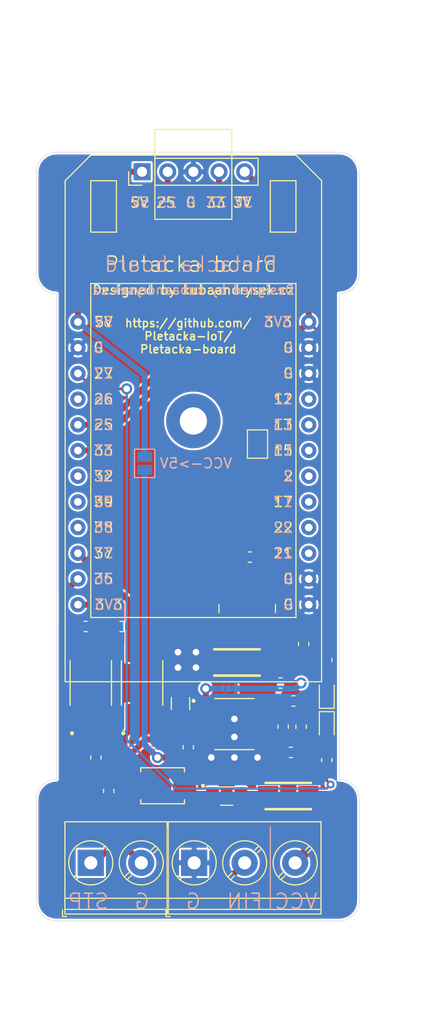
<source format=kicad_pcb>
(kicad_pcb (version 20171130) (host pcbnew 5.1.5+dfsg1-2build2)
  (layers (0 F.Cu signal) (31 B.Cu signal) (34 B.Paste user) (35 F.Paste user) (36 B.SilkS user) (37 F.SilkS user) (38 B.Mask user) (39 F.Mask user) (44 Edge.Cuts user))
  (net 0 "")
  (net 1 +3V3)
  (net 2 "Net-(C1-Pad1)")
  (net 3 "Net-(C2-Pad1)")
  (net 4 +5V)
  (net 5 BTN_RESET)
  (net 6 OPTO_STOP)
  (net 7 OPTO_STOP_IN_MINUS)
  (net 8 OPTO_STOP_IN_PLUS)
  (net 9 VCC)
  (net 10 OPTO_FINISHED_IN_PLUS)
  (net 11 OPTO_FINSIHED)
  (net 12 "Net-(C5-Pad1)")
  (net 13 GND)
  (net 14 "Net-(C3-Pad1)")
  (net 15 "Net-(C4-Pad1)")
  (net 16 "Net-(C5-Pad2)")
  (net 17 "Net-(D1-PadC)")
  (net 18 "Net-(D3-Pad2)")
  (net 19 "Net-(D4-Pad2)")
  (net 20 "Net-(D6-PadC)")
  (net 21 "Net-(D7-PadC)")
  (net 22 BTN_USER)
  (net 23 LED_USER)
  (net 24 "Net-(R4-Pad2)")
  (net 25 "Net-(U1-Pad3)")
  (net 26 USER_IO25)
  (net 27 USER_IO33)
  (net 28 "Net-(C6-Pad1)")
  (net 29 "Net-(ESP1-Pad12)")
  (net 30 "Net-(ESP1-Pad13)")
  (net 31 "Net-(ESP1-Pad15)")
  (net 32 "Net-(ESP1-Pad2)")
  (net 33 "Net-(ESP1-Pad17)")
  (net 34 "Net-(ESP1-Pad22)")
  (net 35 "Net-(ESP1-Pad21)")
  (net 36 "Net-(ESP1-Pad39)")
  (net 37 "Net-(ESP1-Pad38)")
  (module SS34:SMA (layer F.Cu) (at 155.956 136.652)
    (fp_text reference D1 hide)
    (fp_text value SS34)
    (fp_line (start 2.25 1.3) (end -2.25 1.3) (layer F.SilkS) (width 0.254))
    (fp_line (start -2.25 -1.3) (end 2.25 -1.3) (layer F.SilkS) (width 0.254))
    (pad A smd rect (at 2 0) (size 2 2) (layers F.Cu F.Paste F.Mask) (net 9 VCC))
    (pad C smd rect (at -2 0) (size 2 2) (layers F.Cu F.Paste F.Mask) (net 17 "Net-(D1-PadC)"))
  )
  (module TPS54231D:SOIC127P599X175-8N (layer F.Cu) (at 150.622 129.54)
    (fp_text reference U1 (at -0.385 -3.537) (layer F.SilkS) (effects (font (thickness 0.015))))
    (fp_text value TPS54231D)
    (fp_line (start -1.95 2.525) (end 1.95 2.525) (layer F.SilkS) (width 0.127))
    (fp_line (start -1.95 -2.525) (end 1.95 -2.525) (layer F.SilkS) (width 0.127))
    (fp_circle (center -4.04 -2.305) (end -3.94 -2.305) (layer F.SilkS) (width 0.2))
    (pad 8 smd rect (at 2.47 -1.905) (size 1.97 0.6) (layers F.Cu F.Paste F.Mask) (net 16 "Net-(C5-Pad2)"))
    (pad 7 smd rect (at 2.47 -0.635) (size 1.97 0.6) (layers F.Cu F.Paste F.Mask) (net 13 GND))
    (pad 6 smd rect (at 2.47 0.635) (size 1.97 0.6) (layers F.Cu F.Paste F.Mask) (net 3 "Net-(C2-Pad1)"))
    (pad 5 smd rect (at 2.47 1.905) (size 1.97 0.6) (layers F.Cu F.Paste F.Mask) (net 24 "Net-(R4-Pad2)"))
    (pad 4 smd rect (at -2.47 1.905) (size 1.97 0.6) (layers F.Cu F.Paste F.Mask) (net 15 "Net-(C4-Pad1)"))
    (pad 3 smd rect (at -2.47 0.635) (size 1.97 0.6) (layers F.Cu F.Paste F.Mask) (net 25 "Net-(U1-Pad3)"))
    (pad 2 smd rect (at -2.47 -0.635) (size 1.97 0.6) (layers F.Cu F.Paste F.Mask) (net 2 "Net-(C1-Pad1)"))
    (pad 1 smd rect (at -2.47 -1.905) (size 1.97 0.6) (layers F.Cu F.Paste F.Mask) (net 12 "Net-(C5-Pad1)"))
  )
  (module Jumper:SolderJumper-2_P1.3mm_Bridged_Pad1.0x1.5mm (layer F.Cu) (at 152.908 101.854 90)
    (fp_text reference JP2)
    (fp_text value Jumper)
    (fp_poly (pts (xy -0.25 -0.3) (xy 0.25 -0.3) (xy 0.25 0.3) (xy -0.25 0.3)) (layer F.Cu) (width 0))
    (fp_line (start -1.4 -1) (end 1.4 -1) (layer F.SilkS) (width 0.12))
    (fp_line (start 1.4 -1) (end 1.4 1) (layer F.SilkS) (width 0.12))
    (fp_line (start 1.4 1) (end -1.4 1) (layer F.SilkS) (width 0.12))
    (fp_line (start -1.4 1) (end -1.4 -1) (layer F.SilkS) (width 0.12))
    (pad 2 smd rect (at 0.65 0 90) (size 1 1.5) (layers F.Cu F.Mask) (net 1 +3V3))
    (pad 1 smd rect (at -0.65 0 90) (size 1 1.5) (layers F.Cu F.Mask) (net 28 "Net-(C6-Pad1)"))
  )
  (module Jumper:SolderJumper-2_P1.3mm_Open_Pad1.0x1.5mm (layer B.Cu) (at 141.732 103.759 90)
    (fp_text reference JP1)
    (fp_text value Jumper_NO_Small)
    (fp_line (start -1.4 1) (end 1.4 1) (layer B.SilkS) (width 0.12))
    (fp_line (start 1.4 1) (end 1.4 -1) (layer B.SilkS) (width 0.12))
    (fp_line (start 1.4 -1) (end -1.4 -1) (layer B.SilkS) (width 0.12))
    (fp_line (start -1.4 -1) (end -1.4 1) (layer B.SilkS) (width 0.12))
    (pad 1 smd rect (at -0.65 0 90) (size 1 1.5) (layers B.Cu B.Mask) (net 2 "Net-(C1-Pad1)"))
    (pad 2 smd rect (at 0.65 0 90) (size 1 1.5) (layers B.Cu B.Mask) (net 4 +5V))
  )
  (module Connector_PinHeader_2.54mm:PinHeader_1x05_P2.54mm_Vertical (layer F.Cu) (at 141.478 74.93 90)
    (fp_text reference Pins1)
    (fp_text value Pins)
    (fp_line (start -1.33 -1.33) (end 0 -1.33) (layer F.SilkS) (width 0.12))
    (fp_line (start -1.33 0) (end -1.33 -1.33) (layer F.SilkS) (width 0.12))
    (fp_line (start -1.33 1.27) (end 1.33 1.27) (layer F.SilkS) (width 0.12))
    (fp_line (start 1.33 1.27) (end 1.33 11.49) (layer F.SilkS) (width 0.12))
    (fp_line (start -1.33 1.27) (end -1.33 11.49) (layer F.SilkS) (width 0.12))
    (fp_line (start -1.33 11.49) (end 1.33 11.49) (layer F.SilkS) (width 0.12))
    (pad 5 thru_hole oval (at 0 10.16 90) (size 1.7 1.7) (drill 1) (layers *.Cu *.Mask) (net 1 +3V3))
    (pad 4 thru_hole oval (at 0 7.62 90) (size 1.7 1.7) (drill 1) (layers *.Cu *.Mask) (net 27 USER_IO33))
    (pad 3 thru_hole oval (at 0 5.08 90) (size 1.7 1.7) (drill 1) (layers *.Cu *.Mask) (net 13 GND))
    (pad 2 thru_hole oval (at 0 2.54 90) (size 1.7 1.7) (drill 1) (layers *.Cu *.Mask) (net 26 USER_IO25))
    (pad 1 thru_hole rect (at 0 0 90) (size 1.7 1.7) (drill 1) (layers *.Cu *.Mask) (net 4 +5V))
  )
  (module ESP32-TTGO-T-Display:ESP32-TTGO-T-Display (layer F.Cu) (at 146.558 99.949 180)
    (fp_text reference ESP1)
    (fp_text value ESP32-TTGO-T-Display)
    (fp_text user 37 (at 8.89 -12.7 180) (layer B.SilkS) (effects (justify mirror)))
    (fp_text user 33 (at 8.89 -2.54) (layer B.SilkS) (effects (justify mirror)))
    (fp_text user 36 (at 8.89 -15.24 180) (layer B.SilkS) (effects (justify mirror)))
    (fp_text user 25 (at 8.89 0) (layer B.SilkS) (effects (justify mirror)))
    (fp_text user 32 (at 8.89 -5.08 180) (layer B.SilkS) (effects (justify mirror)))
    (fp_text user 39 (at 8.89 -7.62 180) (layer B.SilkS) (effects (justify mirror)))
    (fp_text user 38 (at 8.89 -10.16 180) (layer B.SilkS) (effects (justify mirror)))
    (fp_text user 27 (at 8.89 5.08) (layer B.SilkS) (effects (justify mirror)))
    (fp_text user 3V3 (at 8.382 -17.78 180) (layer B.SilkS) (effects (justify mirror)))
    (fp_text user 26 (at 8.89 2.54) (layer B.SilkS) (effects (justify mirror)))
    (fp_text user G (at 9.398 7.62 180) (layer B.SilkS) (effects (justify mirror)))
    (fp_text user 5V (at 8.89 10.16) (layer B.SilkS) (effects (justify mirror)))
    (fp_text user G (at -9.398 -17.78 180) (layer B.SilkS) (effects (justify mirror)))
    (fp_text user 13 (at -8.89 0) (layer B.SilkS) (effects (justify mirror)))
    (fp_text user G (at -9.398 5.08) (layer B.SilkS) (effects (justify mirror)))
    (fp_text user G (at -9.398 7.62) (layer B.SilkS) (effects (justify mirror)))
    (fp_text user G (at -9.398 -15.24 180) (layer B.SilkS) (effects (justify mirror)))
    (fp_text user 15 (at -8.89 -2.54) (layer B.SilkS) (effects (justify mirror)))
    (fp_text user 22 (at -8.89 -10.16) (layer B.SilkS) (effects (justify mirror)))
    (fp_text user 12 (at -8.89 2.54) (layer B.SilkS) (effects (justify mirror)))
    (fp_text user 3V3 (at -8.382 10.16 180) (layer B.SilkS) (effects (justify mirror)))
    (fp_text user 21 (at -8.89 -12.7) (layer B.SilkS) (effects (justify mirror)))
    (fp_text user 2 (at -9.398 -5.08) (layer B.SilkS) (effects (justify mirror)))
    (fp_text user 17 (at -8.89 -7.62) (layer B.SilkS) (effects (justify mirror)))
    (fp_text user G (at 9.398 7.62) (layer F.SilkS))
    (fp_text user 3V3 (at -8.382 10.16) (layer F.SilkS))
    (fp_text user 3V3 (at 8.382 -17.78) (layer F.SilkS))
    (fp_text user 36 (at 8.89 -15.24) (layer F.SilkS))
    (fp_text user 37 (at 8.89 -12.7) (layer F.SilkS))
    (fp_text user 38 (at 8.89 -10.16) (layer F.SilkS))
    (fp_text user 39 (at 8.89 -7.62) (layer F.SilkS))
    (fp_text user 32 (at 8.89 -5.08) (layer F.SilkS))
    (fp_text user 33 (at 8.89 -2.54 180) (layer F.SilkS))
    (fp_text user 25 (at 8.89 0 180) (layer F.SilkS))
    (fp_text user 26 (at 8.89 2.54 180) (layer F.SilkS))
    (fp_text user 27 (at 8.89 5.08 180) (layer F.SilkS))
    (fp_text user 5V (at 8.89 10.16 180) (layer F.SilkS))
    (fp_text user G (at -9.398 7.62 180) (layer F.SilkS))
    (fp_text user G (at -9.398 5.08 180) (layer F.SilkS))
    (fp_text user 12 (at -8.89 2.54 180) (layer F.SilkS))
    (fp_text user 13 (at -8.89 0 180) (layer F.SilkS))
    (fp_text user 15 (at -8.89 -2.54 180) (layer F.SilkS))
    (fp_text user 2 (at -9.398 -5.08 180) (layer F.SilkS))
    (fp_text user 17 (at -8.89 -7.62 180) (layer F.SilkS))
    (fp_text user 22 (at -8.89 -10.16 180) (layer F.SilkS))
    (fp_text user 21 (at -8.89 -12.7 180) (layer F.SilkS))
    (fp_text user G (at -9.398 -15.24) (layer F.SilkS))
    (fp_text user G (at -9.398 -17.78) (layer F.SilkS))
    (fp_line (start 3.81 20.32) (end 3.81 29.21) (layer F.SilkS) (width 0.12))
    (fp_line (start -3.81 20.32) (end 3.81 20.32) (layer F.SilkS) (width 0.12))
    (fp_line (start -3.81 29.21) (end -3.81 20.32) (layer F.SilkS) (width 0.12))
    (fp_line (start 3.81 29.21) (end -3.81 29.21) (layer F.SilkS) (width 0.12))
    (fp_line (start -10.16 19.05) (end -10.16 24.13) (layer F.SilkS) (width 0.12))
    (fp_line (start -7.62 19.05) (end -10.16 19.05) (layer F.SilkS) (width 0.12))
    (fp_line (start -7.62 24.13) (end -7.62 19.05) (layer F.SilkS) (width 0.12))
    (fp_line (start -10.16 24.13) (end -7.62 24.13) (layer F.SilkS) (width 0.12))
    (fp_line (start 7.62 24.13) (end 10.16 24.13) (layer F.SilkS) (width 0.12))
    (fp_line (start 7.62 19.05) (end 7.62 24.13) (layer F.SilkS) (width 0.12))
    (fp_line (start 10.16 19.05) (end 7.62 19.05) (layer F.SilkS) (width 0.12))
    (fp_line (start 10.16 24.13) (end 10.16 19.05) (layer F.SilkS) (width 0.12))
    (fp_line (start -10.16 13.97) (end -10.16 -19.05) (layer F.SilkS) (width 0.12))
    (fp_line (start 10.16 13.97) (end -10.16 13.97) (layer F.SilkS) (width 0.12))
    (fp_line (start 10.16 -19.05) (end 10.16 13.97) (layer F.SilkS) (width 0.12))
    (fp_line (start -10.16 -19.05) (end 10.16 -19.05) (layer F.SilkS) (width 0.12))
    (fp_line (start 10.16 26.67) (end 12.7 24.13) (layer F.SilkS) (width 0.12))
    (fp_line (start -12.7 24.13) (end -10.16 26.67) (layer F.SilkS) (width 0.12))
    (fp_line (start 12.7 24.13) (end 12.7 -25.4) (layer F.SilkS) (width 0.12))
    (fp_line (start -10.16 26.67) (end 10.16 26.67) (layer F.SilkS) (width 0.12))
    (fp_line (start -12.7 -25.4) (end -12.7 24.13) (layer F.SilkS) (width 0.12))
    (fp_line (start 12.7 -25.4) (end -12.7 -25.4) (layer F.SilkS) (width 0.12))
    (pad 3V3-1 thru_hole circle (at -11.43 10.16 180) (size 1.524 1.524) (drill 0.762) (layers *.Cu *.Mask) (net 1 +3V3))
    (pad G4 thru_hole circle (at -11.43 7.62 180) (size 1.524 1.524) (drill 0.762) (layers *.Cu *.Mask) (net 13 GND))
    (pad G3 thru_hole circle (at -11.43 5.08 180) (size 1.524 1.524) (drill 0.762) (layers *.Cu *.Mask) (net 13 GND))
    (pad 12 thru_hole circle (at -11.43 2.54 180) (size 1.524 1.524) (drill 0.762) (layers *.Cu *.Mask) (net 29 "Net-(ESP1-Pad12)"))
    (pad 13 thru_hole circle (at -11.43 0 180) (size 1.524 1.524) (drill 0.762) (layers *.Cu *.Mask) (net 30 "Net-(ESP1-Pad13)"))
    (pad 15 thru_hole circle (at -11.43 -2.54 180) (size 1.524 1.524) (drill 0.762) (layers *.Cu *.Mask) (net 31 "Net-(ESP1-Pad15)"))
    (pad 2 thru_hole circle (at -11.43 -5.08 180) (size 1.524 1.524) (drill 0.762) (layers *.Cu *.Mask) (net 32 "Net-(ESP1-Pad2)"))
    (pad 17 thru_hole circle (at -11.43 -7.62 180) (size 1.524 1.524) (drill 0.762) (layers *.Cu *.Mask) (net 33 "Net-(ESP1-Pad17)"))
    (pad 22 thru_hole circle (at -11.43 -10.16 180) (size 1.524 1.524) (drill 0.762) (layers *.Cu *.Mask) (net 34 "Net-(ESP1-Pad22)"))
    (pad 21 thru_hole circle (at -11.43 -12.7 180) (size 1.524 1.524) (drill 0.762) (layers *.Cu *.Mask) (net 35 "Net-(ESP1-Pad21)"))
    (pad G2 thru_hole circle (at -11.43 -15.24 180) (size 1.524 1.524) (drill 0.762) (layers *.Cu *.Mask) (net 13 GND))
    (pad G1 thru_hole circle (at -11.43 -17.78 180) (size 1.524 1.524) (drill 0.762) (layers *.Cu *.Mask) (net 13 GND))
    (pad 5V thru_hole circle (at 11.43 10.16 180) (size 1.524 1.524) (drill 0.762) (layers *.Cu *.Mask) (net 4 +5V))
    (pad G5 thru_hole circle (at 11.43 7.62 180) (size 1.524 1.524) (drill 0.762) (layers *.Cu *.Mask) (net 13 GND))
    (pad 27 thru_hole circle (at 11.43 5.08 180) (size 1.524 1.524) (drill 0.762) (layers *.Cu *.Mask) (net 23 LED_USER))
    (pad 26 thru_hole circle (at 11.43 2.54 180) (size 1.524 1.524) (drill 0.762) (layers *.Cu *.Mask) (net 5 BTN_RESET))
    (pad 25 thru_hole circle (at 11.43 0 180) (size 1.524 1.524) (drill 0.762) (layers *.Cu *.Mask) (net 26 USER_IO25))
    (pad 33 thru_hole circle (at 11.43 -2.54 180) (size 1.524 1.524) (drill 0.762) (layers *.Cu *.Mask) (net 27 USER_IO33))
    (pad 32 thru_hole circle (at 11.43 -5.08 180) (size 1.524 1.524) (drill 0.762) (layers *.Cu *.Mask) (net 22 BTN_USER))
    (pad 39 thru_hole circle (at 11.43 -7.62 180) (size 1.524 1.524) (drill 0.762) (layers *.Cu *.Mask) (net 36 "Net-(ESP1-Pad39)"))
    (pad 38 thru_hole circle (at 11.43 -10.16 180) (size 1.524 1.524) (drill 0.762) (layers *.Cu *.Mask) (net 37 "Net-(ESP1-Pad38)"))
    (pad 37 thru_hole circle (at 11.43 -12.7 180) (size 1.524 1.524) (drill 0.762) (layers *.Cu *.Mask) (net 6 OPTO_STOP))
    (pad 36 thru_hole circle (at 11.43 -15.24 180) (size 1.524 1.524) (drill 0.762) (layers *.Cu *.Mask) (net 11 OPTO_FINSIHED))
    (pad 3V3-2 thru_hole circle (at 11.43 -17.78 180) (size 1.524 1.524) (drill 0.762) (layers *.Cu *.Mask) (net 1 +3V3))
  )
  (module Logos:Kuba-logo (layer F.Cu) (at 146.558 108.712)
    (fp_text reference G*** hide)
    (fp_text value LOGO hide)
  )
  (module SLW6045S220MST:SLW (layer F.Cu) (at 151.892 118.11 90)
    (fp_text reference L1 hide)
    (fp_text value L)
    (fp_line (start -0.4 -2.8) (end 0.4 -2.8) (layer F.SilkS) (width 0.12))
    (fp_line (start -0.4 2.8) (end 0.4 2.8) (layer F.SilkS) (width 0.12))
    (pad 2 smd rect (at 2.25 0 90) (size 1.7 5.7) (layers F.Cu F.Paste F.Mask) (net 28 "Net-(C6-Pad1)"))
    (pad 1 smd rect (at -2.25 0 90) (size 1.7 5.7) (layers F.Cu F.Paste F.Mask) (net 16 "Net-(C5-Pad2)"))
  )
  (module EL357N_A__TA_-G:SOP254P700X200-4N (layer F.Cu) (at 141.478 125.476 90)
    (fp_text reference U3 hide)
    (fp_text value "EL357N(A)(TA)-G")
    (fp_circle (center -4.97 -1.86) (end -4.87 -1.86) (layer F.SilkS) (width 0.2))
    (fp_line (start -2.2 -2.05) (end 2.2 -2.05) (layer F.SilkS) (width 0.127))
    (fp_line (start -2.2 2.05) (end 2.2 2.05) (layer F.SilkS) (width 0.127))
    (pad 1 smd rect (at -3.04 -1.27 90) (size 1.93 0.59) (layers F.Cu F.Paste F.Mask) (net 21 "Net-(D7-PadC)"))
    (pad 2 smd rect (at -3.04 1.27 90) (size 1.93 0.59) (layers F.Cu F.Paste F.Mask) (net 7 OPTO_STOP_IN_MINUS))
    (pad 3 smd rect (at 3.04 1.27 90) (size 1.93 0.59) (layers F.Cu F.Paste F.Mask) (net 13 GND))
    (pad 4 smd rect (at 3.04 -1.27 90) (size 1.93 0.59) (layers F.Cu F.Paste F.Mask) (net 6 OPTO_STOP))
  )
  (module Capacitor_SMD:C_0603_1608Metric (layer F.Cu) (at 155.194 125.476 180)
    (fp_text reference C5 hide)
    (fp_text value 100n)
    (fp_line (start -0.162779 -0.51) (end 0.162779 -0.51) (layer F.SilkS) (width 0.12))
    (fp_line (start -0.162779 0.51) (end 0.162779 0.51) (layer F.SilkS) (width 0.12))
    (pad 1 smd roundrect (at -0.7875 0 180) (size 0.875 0.95) (layers F.Cu F.Paste F.Mask) (net 12 "Net-(C5-Pad1)"))
    (pad 2 smd roundrect (at 0.7875 0 180) (size 0.875 0.95) (layers F.Cu F.Paste F.Mask) (net 16 "Net-(C5-Pad2)"))
  )
  (module EL357N_A__TA_-G:SOP254P700X200-4N (layer F.Cu) (at 136.398 125.476 90)
    (fp_text reference U2 hide)
    (fp_text value "EL357N(A)(TA)-G")
    (fp_circle (center -4.97 -1.86) (end -4.87 -1.86) (layer F.SilkS) (width 0.2))
    (fp_line (start -2.2 -2.05) (end 2.2 -2.05) (layer F.SilkS) (width 0.127))
    (fp_line (start -2.2 2.05) (end 2.2 2.05) (layer F.SilkS) (width 0.127))
    (pad 1 smd rect (at -3.04 -1.27 90) (size 1.93 0.59) (layers F.Cu F.Paste F.Mask) (net 20 "Net-(D6-PadC)"))
    (pad 2 smd rect (at -3.04 1.27 90) (size 1.93 0.59) (layers F.Cu F.Paste F.Mask) (net 13 GND))
    (pad 3 smd rect (at 3.04 1.27 90) (size 1.93 0.59) (layers F.Cu F.Paste F.Mask) (net 13 GND))
    (pad 4 smd rect (at 3.04 -1.27 90) (size 1.93 0.59) (layers F.Cu F.Paste F.Mask) (net 11 OPTO_FINSIHED))
  )
  (module Resistor_SMD:R_0603_1608Metric (layer F.Cu) (at 139.446 119.888)
    (fp_text reference R11 hide)
    (fp_text value 10k)
    (fp_line (start -0.162779 0.51) (end 0.162779 0.51) (layer F.SilkS) (width 0.12))
    (fp_line (start -0.162779 -0.51) (end 0.162779 -0.51) (layer F.SilkS) (width 0.12))
    (pad 2 smd roundrect (at 0.7875 0) (size 0.875 0.95) (layers F.Cu F.Paste F.Mask) (net 6 OPTO_STOP))
    (pad 1 smd roundrect (at -0.7875 0) (size 0.875 0.95) (layers F.Cu F.Paste F.Mask) (net 1 +3V3))
  )
  (module Resistor_SMD:R_0603_1608Metric (layer F.Cu) (at 135.89 119.888 180)
    (fp_text reference R10 hide)
    (fp_text value 10k)
    (fp_line (start -0.162779 0.51) (end 0.162779 0.51) (layer F.SilkS) (width 0.12))
    (fp_line (start -0.162779 -0.51) (end 0.162779 -0.51) (layer F.SilkS) (width 0.12))
    (pad 2 smd roundrect (at 0.7875 0 180) (size 0.875 0.95) (layers F.Cu F.Paste F.Mask) (net 11 OPTO_FINSIHED))
    (pad 1 smd roundrect (at -0.7875 0 180) (size 0.875 0.95) (layers F.Cu F.Paste F.Mask) (net 1 +3V3))
  )
  (module Resistor_SMD:R_0603_1608Metric (layer F.Cu) (at 138.176 136.144 270)
    (fp_text reference R7 hide)
    (fp_text value 20k)
    (fp_line (start -0.162779 0.51) (end 0.162779 0.51) (layer F.SilkS) (width 0.12))
    (fp_line (start -0.162779 -0.51) (end 0.162779 -0.51) (layer F.SilkS) (width 0.12))
    (pad 2 smd roundrect (at 0.7875 0 270) (size 0.875 0.95) (layers F.Cu F.Paste F.Mask) (net 8 OPTO_STOP_IN_PLUS))
    (pad 1 smd roundrect (at -0.7875 0 270) (size 0.875 0.95) (layers F.Cu F.Paste F.Mask) (net 21 "Net-(D7-PadC)"))
  )
  (module Resistor_SMD:R_0603_1608Metric (layer F.Cu) (at 136.906 132.842 270)
    (fp_text reference R6 hide)
    (fp_text value 20k)
    (fp_line (start -0.162779 0.51) (end 0.162779 0.51) (layer F.SilkS) (width 0.12))
    (fp_line (start -0.162779 -0.51) (end 0.162779 -0.51) (layer F.SilkS) (width 0.12))
    (pad 2 smd roundrect (at 0.7875 0 270) (size 0.875 0.95) (layers F.Cu F.Paste F.Mask) (net 10 OPTO_FINISHED_IN_PLUS))
    (pad 1 smd roundrect (at -0.7875 0 270) (size 0.875 0.95) (layers F.Cu F.Paste F.Mask) (net 20 "Net-(D6-PadC)"))
  )
  (module Resistor_SMD:R_0603_1608Metric (layer F.Cu) (at 156.464 127.254 180)
    (fp_text reference R5 hide)
    (fp_text value 15k)
    (fp_line (start -0.162779 0.51) (end 0.162779 0.51) (layer F.SilkS) (width 0.12))
    (fp_line (start -0.162779 -0.51) (end 0.162779 -0.51) (layer F.SilkS) (width 0.12))
    (pad 2 smd roundrect (at 0.7875 0 180) (size 0.875 0.95) (layers F.Cu F.Paste F.Mask) (net 13 GND))
    (pad 1 smd roundrect (at -0.7875 0 180) (size 0.875 0.95) (layers F.Cu F.Paste F.Mask) (net 24 "Net-(R4-Pad2)"))
  )
  (module Resistor_SMD:R_0603_1608Metric (layer F.Cu) (at 157.48 121.6405 270)
    (fp_text reference R4 hide)
    (fp_text value 4k7)
    (fp_line (start -0.162779 0.51) (end 0.162779 0.51) (layer F.SilkS) (width 0.12))
    (fp_line (start -0.162779 -0.51) (end 0.162779 -0.51) (layer F.SilkS) (width 0.12))
    (pad 2 smd roundrect (at 0.7875 0 270) (size 0.875 0.95) (layers F.Cu F.Paste F.Mask) (net 24 "Net-(R4-Pad2)"))
    (pad 1 smd roundrect (at -0.7875 0 270) (size 0.875 0.95) (layers F.Cu F.Paste F.Mask) (net 28 "Net-(C6-Pad1)"))
  )
  (module Resistor_SMD:R_0603_1608Metric (layer F.Cu) (at 156.21 132.334)
    (fp_text reference R3 hide)
    (fp_text value 100-OH)
    (fp_line (start -0.162779 0.51) (end 0.162779 0.51) (layer F.SilkS) (width 0.12))
    (fp_line (start -0.162779 -0.51) (end 0.162779 -0.51) (layer F.SilkS) (width 0.12))
    (pad 2 smd roundrect (at 0.7875 0) (size 0.875 0.95) (layers F.Cu F.Paste F.Mask) (net 14 "Net-(C3-Pad1)"))
    (pad 1 smd roundrect (at -0.7875 0) (size 0.875 0.95) (layers F.Cu F.Paste F.Mask) (net 3 "Net-(C2-Pad1)"))
  )
  (module Resistor_SMD:R_0603_1608Metric (layer F.Cu) (at 159.766 133.096 270)
    (fp_text reference R2 hide)
    (fp_text value 2k2)
    (fp_line (start -0.162779 0.51) (end 0.162779 0.51) (layer F.SilkS) (width 0.12))
    (fp_line (start -0.162779 -0.51) (end 0.162779 -0.51) (layer F.SilkS) (width 0.12))
    (pad 2 smd roundrect (at 0.7875 0 270) (size 0.875 0.95) (layers F.Cu F.Paste F.Mask) (net 23 LED_USER))
    (pad 1 smd roundrect (at -0.7875 0 270) (size 0.875 0.95) (layers F.Cu F.Paste F.Mask) (net 19 "Net-(D4-Pad2)"))
  )
  (module Resistor_SMD:R_0603_1608Metric (layer F.Cu) (at 159.766 123.19 90)
    (fp_text reference R1 hide)
    (fp_text value 2k2)
    (fp_line (start -0.162779 0.51) (end 0.162779 0.51) (layer F.SilkS) (width 0.12))
    (fp_line (start -0.162779 -0.51) (end 0.162779 -0.51) (layer F.SilkS) (width 0.12))
    (pad 2 smd roundrect (at 0.7875 0 90) (size 0.875 0.95) (layers F.Cu F.Paste F.Mask) (net 1 +3V3))
    (pad 1 smd roundrect (at -0.7875 0 90) (size 0.875 0.95) (layers F.Cu F.Paste F.Mask) (net 18 "Net-(D3-Pad2)"))
  )
  (module Resistor_SMD:R_1206_3216Metric (layer F.Cu) (at 149.86 136.652 180)
    (fp_text reference POLYFUSE1 hide)
    (fp_text value "24V 1A")
    (fp_line (start -0.602064 0.91) (end 0.602064 0.91) (layer F.SilkS) (width 0.12))
    (fp_line (start -0.602064 -0.91) (end 0.602064 -0.91) (layer F.SilkS) (width 0.12))
    (pad 2 smd roundrect (at 1.4 0 180) (size 1.25 1.75) (layers F.Cu F.Paste F.Mask) (roundrect_rratio 0.2) (net 2 "Net-(C1-Pad1)"))
    (pad 1 smd roundrect (at -1.4 0 180) (size 1.25 1.75) (layers F.Cu F.Paste F.Mask) (roundrect_rratio 0.2) (net 17 "Net-(D1-PadC)"))
  )
  (module Terminal_block:TerminalBlock_Phoenix_PT-1,5-3-5.0-H_1x03_P5.00mm_Horizontal (layer F.Cu) (at 146.638 143.256)
    (fp_text reference POWER_&_FINN_INPUT1 hide)
    (fp_text value POWER_&_FINN_INPUT)
    (fp_circle (center 0 0) (end 2.18 0) (layer F.SilkS) (width 0.12))
    (fp_circle (center 5 0) (end 7.18 0) (layer F.SilkS) (width 0.12))
    (fp_circle (center 10 0) (end 12.18 0) (layer F.SilkS) (width 0.12))
    (fp_line (start -2.56 4.6) (end 12.56 4.6) (layer F.SilkS) (width 0.12))
    (fp_line (start -2.56 3.5) (end 12.56 3.5) (layer F.SilkS) (width 0.12))
    (fp_line (start -2.56 -4.06) (end 12.56 -4.06) (layer F.SilkS) (width 0.12))
    (fp_line (start -2.56 5.06) (end 12.56 5.06) (layer F.SilkS) (width 0.12))
    (fp_line (start -2.56 -4.06) (end -2.56 5.06) (layer F.SilkS) (width 0.12))
    (fp_line (start 12.56 -4.06) (end 12.56 5.06) (layer F.SilkS) (width 0.12))
    (fp_line (start 1.654 -1.388) (end 1.547 -1.281) (layer F.SilkS) (width 0.12))
    (fp_line (start -1.282 1.547) (end -1.388 1.654) (layer F.SilkS) (width 0.12))
    (fp_line (start 1.388 -1.654) (end 1.281 -1.547) (layer F.SilkS) (width 0.12))
    (fp_line (start -1.548 1.281) (end -1.654 1.388) (layer F.SilkS) (width 0.12))
    (fp_line (start 6.654 -1.388) (end 6.259 -0.992) (layer F.SilkS) (width 0.12))
    (fp_line (start 3.993 1.274) (end 3.613 1.654) (layer F.SilkS) (width 0.12))
    (fp_line (start 6.388 -1.654) (end 6.008 -1.274) (layer F.SilkS) (width 0.12))
    (fp_line (start 3.742 0.992) (end 3.347 1.388) (layer F.SilkS) (width 0.12))
    (fp_line (start 11.654 -1.388) (end 11.259 -0.992) (layer F.SilkS) (width 0.12))
    (fp_line (start 8.993 1.274) (end 8.613 1.654) (layer F.SilkS) (width 0.12))
    (fp_line (start 11.388 -1.654) (end 11.008 -1.274) (layer F.SilkS) (width 0.12))
    (fp_line (start 8.742 0.992) (end 8.347 1.388) (layer F.SilkS) (width 0.12))
    (fp_line (start -2.8 4.66) (end -2.8 5.3) (layer F.SilkS) (width 0.12))
    (fp_line (start -2.8 5.3) (end -2.4 5.3) (layer F.SilkS) (width 0.12))
    (pad 1 thru_hole rect (at 0 0) (size 2.6 2.6) (drill 1.3) (layers *.Cu *.Mask) (net 13 GND))
    (pad 2 thru_hole circle (at 5 0) (size 2.6 2.6) (drill 1.3) (layers *.Cu *.Mask) (net 10 OPTO_FINISHED_IN_PLUS))
    (pad 3 thru_hole circle (at 10 0) (size 2.6 2.6) (drill 1.3) (layers *.Cu *.Mask) (net 9 VCC))
  )
  (module Terminal_block:TerminalBlock_Phoenix_PT-1,5-2-5.0-H_1x02_P5.00mm_Horizontal (layer F.Cu) (at 136.398 143.256)
    (fp_text reference STOP_INPUT1 hide)
    (fp_text value STOP_INPUT)
    (fp_circle (center 0 0) (end 2.18 0) (layer F.SilkS) (width 0.12))
    (fp_circle (center 5 0) (end 7.18 0) (layer F.SilkS) (width 0.12))
    (fp_line (start -2.56 4.6) (end 7.56 4.6) (layer F.SilkS) (width 0.12))
    (fp_line (start -2.56 3.5) (end 7.56 3.5) (layer F.SilkS) (width 0.12))
    (fp_line (start -2.56 -4.06) (end 7.56 -4.06) (layer F.SilkS) (width 0.12))
    (fp_line (start -2.56 5.06) (end 7.56 5.06) (layer F.SilkS) (width 0.12))
    (fp_line (start -2.56 -4.06) (end -2.56 5.06) (layer F.SilkS) (width 0.12))
    (fp_line (start 7.56 -4.06) (end 7.56 5.06) (layer F.SilkS) (width 0.12))
    (fp_line (start 1.654 -1.388) (end 1.547 -1.281) (layer F.SilkS) (width 0.12))
    (fp_line (start -1.282 1.547) (end -1.388 1.654) (layer F.SilkS) (width 0.12))
    (fp_line (start 1.388 -1.654) (end 1.281 -1.547) (layer F.SilkS) (width 0.12))
    (fp_line (start -1.548 1.281) (end -1.654 1.388) (layer F.SilkS) (width 0.12))
    (fp_line (start 6.654 -1.388) (end 6.259 -0.992) (layer F.SilkS) (width 0.12))
    (fp_line (start 3.993 1.274) (end 3.613 1.654) (layer F.SilkS) (width 0.12))
    (fp_line (start 6.388 -1.654) (end 6.008 -1.274) (layer F.SilkS) (width 0.12))
    (fp_line (start 3.742 0.992) (end 3.347 1.388) (layer F.SilkS) (width 0.12))
    (fp_line (start -2.8 4.66) (end -2.8 5.3) (layer F.SilkS) (width 0.12))
    (fp_line (start -2.8 5.3) (end -2.4 5.3) (layer F.SilkS) (width 0.12))
    (pad 1 thru_hole rect (at 0 0) (size 2.6 2.6) (drill 1.3) (layers *.Cu *.Mask) (net 8 OPTO_STOP_IN_PLUS))
    (pad 2 thru_hole circle (at 5 0) (size 2.6 2.6) (drill 1.3) (layers *.Cu *.Mask) (net 7 OPTO_STOP_IN_MINUS))
  )
  (module MountingHole:MountingHole_2.7mm_M2.5_Pad (layer F.Cu) (at 146.558 99.568)
    (fp_text reference MHole1 hide)
    (fp_text value MountingHole)
    (pad 1 thru_hole circle (at 0 0) (size 5.4 5.4) (drill 2.7) (layers *.Cu *.Mask))
  )
  (module B5819W:B5819W_SOD-123 (layer F.Cu) (at 141.224 131.064)
    (fp_text reference D7 hide)
    (fp_text value B5819W)
    (pad C smd rect (at -1.9 0) (size 1.4 1.4) (layers F.Cu F.Paste F.Mask) (net 21 "Net-(D7-PadC)"))
    (pad A smd rect (at 1.9 0) (size 1.4 1.4) (layers F.Cu F.Paste F.Mask) (net 7 OPTO_STOP_IN_MINUS))
  )
  (module B5819W:B5819W_SOD-123 (layer F.Cu) (at 134.874 132.842 270)
    (fp_text reference D6 hide)
    (fp_text value B5819W)
    (pad C smd rect (at -1.9 0 270) (size 1.4 1.4) (layers F.Cu F.Paste F.Mask) (net 20 "Net-(D6-PadC)"))
    (pad A smd rect (at 1.9 0 270) (size 1.4 1.4) (layers F.Cu F.Paste F.Mask) (net 13 GND))
  )
  (module SS34:SMA (layer F.Cu) (at 150.876 123.444 180)
    (fp_text reference D5 hide)
    (fp_text value SS34)
    (fp_line (start 2.25 1.3) (end -2.25 1.3) (layer F.SilkS) (width 0.254))
    (fp_line (start -2.25 -1.3) (end 2.25 -1.3) (layer F.SilkS) (width 0.254))
    (pad A smd rect (at 2 0 180) (size 2 2) (layers F.Cu F.Paste F.Mask) (net 13 GND))
    (pad C smd rect (at -2 0 180) (size 2 2) (layers F.Cu F.Paste F.Mask) (net 16 "Net-(C5-Pad2)"))
  )
  (module LED_SMD:LED_0603_1608Metric (layer F.Cu) (at 159.766 129.794 270)
    (fp_text reference D4 hide)
    (fp_text value LED)
    (fp_line (start -1.485 0.735) (end 0.8 0.735) (layer F.SilkS) (width 0.12))
    (fp_line (start -1.485 -0.735) (end -1.485 0.735) (layer F.SilkS) (width 0.12))
    (fp_line (start 0.8 -0.735) (end -1.485 -0.735) (layer F.SilkS) (width 0.12))
    (pad 2 smd roundrect (at 0.7875 0 270) (size 0.875 0.95) (layers F.Cu F.Paste F.Mask) (net 19 "Net-(D4-Pad2)"))
    (pad 1 smd roundrect (at -0.7875 0 270) (size 0.875 0.95) (layers F.Cu F.Paste F.Mask) (net 13 GND))
  )
  (module LED_SMD:LED_0603_1608Metric (layer F.Cu) (at 159.766 126.492 90)
    (fp_text reference D3 hide)
    (fp_text value LED)
    (fp_line (start -1.485 0.735) (end 0.8 0.735) (layer F.SilkS) (width 0.12))
    (fp_line (start -1.485 -0.735) (end -1.485 0.735) (layer F.SilkS) (width 0.12))
    (fp_line (start 0.8 -0.735) (end -1.485 -0.735) (layer F.SilkS) (width 0.12))
    (pad 2 smd roundrect (at 0.7875 0 90) (size 0.875 0.95) (layers F.Cu F.Paste F.Mask) (net 18 "Net-(D3-Pad2)"))
    (pad 1 smd roundrect (at -0.7875 0 90) (size 0.875 0.95) (layers F.Cu F.Paste F.Mask) (net 13 GND))
  )
  (module 1SMB5935BT3G:DIOM5436X247N (layer F.Cu) (at 143.51 135.636 180)
    (fp_text reference D2 hide)
    (fp_text value 1SMB5935BT3G)
    (fp_circle (center -4 0) (end -3.9 0) (layer F.SilkS) (width 0.2))
    (fp_line (start 2.16 1.78) (end 2.16 1.374) (layer F.SilkS) (width 0.127))
    (fp_line (start -2.16 1.78) (end 2.16 1.78) (layer F.SilkS) (width 0.127))
    (fp_line (start -2.16 1.374) (end -2.16 1.78) (layer F.SilkS) (width 0.127))
    (fp_line (start 2.16 -1.78) (end 2.16 -1.374) (layer F.SilkS) (width 0.127))
    (fp_line (start -2.16 -1.78) (end 2.16 -1.78) (layer F.SilkS) (width 0.127))
    (fp_line (start -2.16 -1.374) (end -2.16 -1.78) (layer F.SilkS) (width 0.127))
    (pad A smd rect (at 2.185 0 180) (size 2.25 2.12) (layers F.Cu F.Paste F.Mask) (net 13 GND))
    (pad C smd rect (at -2.185 0 180) (size 2.25 2.12) (layers F.Cu F.Paste F.Mask) (net 2 "Net-(C1-Pad1)"))
  )
  (module Capacitor_SMD:C_0603_1608Metric (layer F.Cu) (at 152.146 113.03 180)
    (fp_text reference C6 hide)
    (fp_text value 22u)
    (fp_line (start -0.162779 -0.51) (end 0.162779 -0.51) (layer F.SilkS) (width 0.12))
    (fp_line (start -0.162779 0.51) (end 0.162779 0.51) (layer F.SilkS) (width 0.12))
    (pad 1 smd roundrect (at -0.7875 0 180) (size 0.875 0.95) (layers F.Cu F.Paste F.Mask) (net 28 "Net-(C6-Pad1)"))
    (pad 2 smd roundrect (at 0.7875 0 180) (size 0.875 0.95) (layers F.Cu F.Paste F.Mask) (net 13 GND))
  )
  (module Capacitor_SMD:C_0603_1608Metric (layer F.Cu) (at 146.05 131.826 270)
    (fp_text reference C4 hide)
    (fp_text value 8.2n)
    (fp_line (start -0.162779 0.51) (end 0.162779 0.51) (layer F.SilkS) (width 0.12))
    (fp_line (start -0.162779 -0.51) (end 0.162779 -0.51) (layer F.SilkS) (width 0.12))
    (pad 2 smd roundrect (at 0.7875 0 270) (size 0.875 0.95) (layers F.Cu F.Paste F.Mask) (net 13 GND))
    (pad 1 smd roundrect (at -0.7875 0 270) (size 0.875 0.95) (layers F.Cu F.Paste F.Mask) (net 15 "Net-(C4-Pad1)"))
  )
  (module Capacitor_SMD:C_0603_1608Metric (layer F.Cu) (at 157.226 129.794 90)
    (fp_text reference C3 hide)
    (fp_text value 22n)
    (fp_line (start -0.162779 0.51) (end 0.162779 0.51) (layer F.SilkS) (width 0.12))
    (fp_line (start -0.162779 -0.51) (end 0.162779 -0.51) (layer F.SilkS) (width 0.12))
    (pad 2 smd roundrect (at 0.7875 0 90) (size 0.875 0.95) (layers F.Cu F.Paste F.Mask) (net 13 GND))
    (pad 1 smd roundrect (at -0.7875 0 90) (size 0.875 0.95) (layers F.Cu F.Paste F.Mask) (net 14 "Net-(C3-Pad1)"))
  )
  (module Capacitor_SMD:C_0603_1608Metric (layer F.Cu) (at 155.448 129.794 90)
    (fp_text reference C2 hide)
    (fp_text value 33n)
    (fp_line (start -0.162779 0.51) (end 0.162779 0.51) (layer F.SilkS) (width 0.12))
    (fp_line (start -0.162779 -0.51) (end 0.162779 -0.51) (layer F.SilkS) (width 0.12))
    (pad 2 smd roundrect (at 0.7875 0 90) (size 0.875 0.95) (layers F.Cu F.Paste F.Mask) (net 13 GND))
    (pad 1 smd roundrect (at -0.7875 0 90) (size 0.875 0.95) (layers F.Cu F.Paste F.Mask) (net 3 "Net-(C2-Pad1)"))
  )
  (module Capacitor_SMD:C_1206_3216Metric (layer F.Cu) (at 145.288 127.508 90)
    (fp_text reference C1 hide)
    (fp_text value 10u/50V)
    (fp_line (start -0.602064 0.91) (end 0.602064 0.91) (layer F.SilkS) (width 0.12))
    (fp_line (start -0.602064 -0.91) (end 0.602064 -0.91) (layer F.SilkS) (width 0.12))
    (pad 2 smd roundrect (at 1.4 0 90) (size 1.25 1.75) (layers F.Cu F.Paste F.Mask) (roundrect_rratio 0.2) (net 13 GND))
    (pad 1 smd roundrect (at -1.4 0 90) (size 1.25 1.75) (layers F.Cu F.Paste F.Mask) (roundrect_rratio 0.2) (net 2 "Net-(C1-Pad1)"))
  )
  (gr_line (start 161 73) (end 133 73) (layer Edge.Cuts) (width 0.05))
  (gr_arc (start 133 85) (end 131 85) (angle -90) (layer Edge.Cuts) (width 0.05))
  (gr_line (start 131 85) (end 131 75) (layer Edge.Cuts) (width 0.05))
  (gr_arc (start 133 75) (end 133 73) (angle -90) (layer Edge.Cuts) (width 0.05))
  (gr_line (start 163 85) (end 163 75) (layer Edge.Cuts) (width 0.05))
  (gr_arc (start 161 75) (end 163 75) (angle -90) (layer Edge.Cuts) (width 0.05))
  (gr_arc (start 161 85) (end 161 87) (angle -90) (layer Edge.Cuts) (width 0.05))
  (gr_arc (start 161 137) (end 163 137) (angle -90) (layer Edge.Cuts) (width 0.05))
  (gr_line (start 163 147) (end 163 137) (layer Edge.Cuts) (width 0.05))
  (gr_arc (start 161 147) (end 161 149) (angle -90) (layer Edge.Cuts) (width 0.05))
  (gr_arc (start 133 137) (end 133 135) (angle -90) (layer Edge.Cuts) (width 0.05))
  (gr_line (start 131 147) (end 131 137) (layer Edge.Cuts) (width 0.05))
  (gr_arc (start 133 147) (end 131 147) (angle -90) (layer Edge.Cuts) (width 0.05))
  (gr_text VCC->5V (at 146.812 103.759) (layer B.SilkS) (effects (font (size 1 1)) (justify mirror)))
  (gr_text G (at 146.304 77.978) (layer B.SilkS) (effects (font (size 1 1)) (justify mirror)))
  (gr_text G (at 146.304 77.978) (layer F.SilkS) (effects (font (size 1 1))))
  (gr_text "3V 33    25 5V " (at 146.05 77.978) (layer B.SilkS) (effects (font (size 1 1)) (justify mirror)))
  (gr_text "5V 25    33 3V" (at 146.304 77.978) (layer F.SilkS) (effects (font (size 1 1))))
  (gr_text "Designed by kubaandrysek.cz" (at 146.558 86.614) (layer B.SilkS) (effects (font (size 0.9 0.9)) (justify mirror)))
  (gr_text "Pletacka board" (at 146.304 84.074) (layer B.SilkS) (effects (font (size 1.5 1.5)) (justify mirror)))
  (gr_line (start 144.018 139.7) (end 144.018 147.828) (layer B.SilkS) (width 0.12))
  (gr_line (start 154.178 139.7) (end 154.178 147.828) (layer B.SilkS) (width 0.12))
  (gr_text STP (at 136.144 147.066) (layer B.SilkS) (effects (font (size 1.5 1.5)) (justify mirror)))
  (gr_text G (at 141.478 147.066) (layer B.SilkS) (effects (font (size 1.5 1.5)) (justify mirror)))
  (gr_text VCC (at 156.718 147.066) (layer B.SilkS) (effects (font (size 1.5 1.5)) (justify mirror)))
  (gr_text FIN (at 151.638 147.066) (layer B.SilkS) (effects (font (size 1.5 1.5)) (justify mirror)))
  (gr_text G (at 146.558 147.066) (layer B.SilkS) (effects (font (size 1.5 1.5)) (justify mirror)))
  (gr_text "https://github.com/\nPletacka-IoT/\nPletacka-board\n" (at 146.05 91.186) (layer F.SilkS) (effects (font (size 0.8 0.8))))
  (gr_text "Designed by kubaandrysek.cz" (at 146.558 86.614) (layer F.SilkS) (effects (font (size 0.9 0.9))))
  (gr_text "Pletacka board" (at 146.304 84.074) (layer F.SilkS) (effects (font (size 1.5 1.5))))
  (gr_line (start 133 135) (end 133 87) (layer Edge.Cuts) (width 0.05))
  (gr_line (start 161 135) (end 161 87) (layer Edge.Cuts) (width 0.05))
  (gr_line (start 133 149) (end 161 149) (layer Edge.Cuts) (width 0.05))
  (segment (start 138.6585 119.888) (end 136.6775 119.888) (width 0.6) (layer F.Cu) (net 1))
  (segment (start 136.6775 118.20087) (end 136.6775 118.8975) (width 0.6) (layer F.Cu) (net 1))
  (segment (start 136.6775 118.8975) (end 136.6775 119.888) (width 0.6) (layer F.Cu) (net 1))
  (segment (start 136.20563 117.729) (end 136.6775 118.20087) (width 0.6) (layer F.Cu) (net 1))
  (segment (start 135.128 117.729) (end 136.20563 117.729) (width 0.6) (layer F.Cu) (net 1))
  (segment (start 152.908 94.488) (end 157.988 89.789) (width 0.6) (layer F.Cu) (net 1))
  (segment (start 152.908 100.808) (end 152.908 94.488) (width 0.6) (layer F.Cu) (net 1))
  (segment (start 159.766 91.567) (end 159.766 122.4025) (width 0.25) (layer F.Cu) (net 1))
  (segment (start 157.988 89.789) (end 159.766 91.567) (width 0.25) (layer F.Cu) (net 1))
  (segment (start 157.988 81.28) (end 151.638 74.93) (width 0.6) (layer F.Cu) (net 1))
  (segment (start 157.988 89.789) (end 157.988 81.28) (width 0.6) (layer F.Cu) (net 1))
  (segment (start 145.545 128.905) (end 145.542 128.908) (width 0.6) (layer F.Cu) (net 2))
  (segment (start 148.152 128.905) (end 145.545 128.905) (width 0.6) (layer F.Cu) (net 2))
  (segment (start 145.288 129.533) (end 145.288 128.908) (width 1) (layer F.Cu) (net 2))
  (segment (start 144.87499 129.94601) (end 145.288 129.533) (width 1) (layer F.Cu) (net 2))
  (segment (start 145.63 135.636) (end 144.87499 134.88099) (width 1) (layer F.Cu) (net 2))
  (segment (start 145.695 135.636) (end 145.63 135.636) (width 1) (layer F.Cu) (net 2))
  (segment (start 144.87499 134.88099) (end 144.87499 134.01701) (width 1) (layer F.Cu) (net 2))
  (segment (start 144.87499 134.01701) (end 144.87499 133.00101) (width 1) (layer F.Cu) (net 2))
  (segment (start 144.87499 133.00101) (end 144.87499 129.94601) (width 1) (layer F.Cu) (net 2))
  (via (at 143.002 132.842) (size 1.105) (drill 0.65) (layers F.Cu B.Cu) (net 2))
  (segment (start 144.71598 132.842) (end 144.87499 133.00101) (width 0.6) (layer F.Cu) (net 2))
  (segment (start 143.002 132.842) (end 144.71598 132.842) (width 0.6) (layer F.Cu) (net 2))
  (segment (start 146.711 136.652) (end 145.695 135.636) (width 1) (layer F.Cu) (net 2))
  (segment (start 148.46 136.652) (end 146.711 136.652) (width 1) (layer F.Cu) (net 2))
  (segment (start 141.732 131.572) (end 143.002 132.842) (width 0.6) (layer B.Cu) (net 2))
  (segment (start 141.732 104.394) (end 141.732 131.572) (width 0.6) (layer B.Cu) (net 2))
  (segment (start 155.4225 131.859) (end 155.4225 132.334) (width 0.6) (layer F.Cu) (net 3))
  (segment (start 155.4225 130.9205) (end 155.4225 131.859) (width 0.6) (layer F.Cu) (net 3))
  (segment (start 154.677 130.175) (end 155.4225 130.9205) (width 0.6) (layer F.Cu) (net 3))
  (segment (start 153.092 130.175) (end 154.677 130.175) (width 0.6) (layer F.Cu) (net 3))
  (segment (start 141.732 94.996) (end 141.732 103.124) (width 0.6) (layer B.Cu) (net 4))
  (segment (start 135.128 89.789) (end 141.732 94.996) (width 0.6) (layer B.Cu) (net 4))
  (segment (start 140.028 74.93) (end 141.478 74.93) (width 0.6) (layer F.Cu) (net 4))
  (segment (start 135.128 79.83) (end 140.028 74.93) (width 0.6) (layer F.Cu) (net 4))
  (segment (start 135.128 89.789) (end 135.128 79.83) (width 0.6) (layer F.Cu) (net 4))
  (segment (start 140.2335 122.4105) (end 140.208 122.436) (width 0.6) (layer F.Cu) (net 6))
  (segment (start 140.2335 119.888) (end 140.2335 122.4105) (width 0.6) (layer F.Cu) (net 6))
  (segment (start 140.2335 117.3735) (end 135.128 112.649) (width 0.6) (layer F.Cu) (net 6))
  (segment (start 140.2335 119.888) (end 140.2335 117.3735) (width 0.6) (layer F.Cu) (net 6))
  (segment (start 142.748 130.688) (end 143.124 131.064) (width 0.6) (layer F.Cu) (net 7))
  (segment (start 142.748 128.516) (end 142.748 130.688) (width 0.6) (layer F.Cu) (net 7))
  (segment (start 141.824 131.064) (end 143.124 131.064) (width 0.6) (layer F.Cu) (net 7))
  (segment (start 139.699999 133.188001) (end 141.824 131.064) (width 0.6) (layer F.Cu) (net 7))
  (segment (start 139.699999 141.557999) (end 139.699999 133.188001) (width 0.6) (layer F.Cu) (net 7))
  (segment (start 141.398 143.256) (end 139.699999 141.557999) (width 0.6) (layer F.Cu) (net 7))
  (segment (start 138.176 136.9315) (end 138.176 140.97) (width 0.6) (layer F.Cu) (net 8))
  (segment (start 136.398 143.256) (end 136.779 143.256) (width 0.6) (layer F.Cu) (net 8))
  (segment (start 138.176 141.859) (end 138.176 140.97) (width 0.6) (layer F.Cu) (net 8))
  (segment (start 136.779 143.256) (end 138.176 141.859) (width 0.6) (layer F.Cu) (net 8))
  (segment (start 159.956 136.652) (end 160.782 137.478) (width 1) (layer F.Cu) (net 9))
  (segment (start 157.956 136.652) (end 159.956 136.652) (width 1) (layer F.Cu) (net 9))
  (segment (start 160.782 139.112) (end 156.638 143.256) (width 1) (layer F.Cu) (net 9))
  (segment (start 160.782 137.478) (end 160.782 139.112) (width 1) (layer F.Cu) (net 9))
  (segment (start 136.906 134.067) (end 136.906 133.6295) (width 0.6) (layer F.Cu) (net 10))
  (segment (start 136.906 135.010002) (end 136.906 134.067) (width 0.6) (layer F.Cu) (net 10))
  (segment (start 134.597999 137.318003) (end 136.906 135.010002) (width 0.6) (layer F.Cu) (net 10))
  (segment (start 134.597999 144.956001) (end 134.597999 137.318003) (width 0.6) (layer F.Cu) (net 10))
  (segment (start 134.697999 145.056001) (end 134.597999 144.956001) (width 0.6) (layer F.Cu) (net 10))
  (segment (start 149.837999 145.056001) (end 134.697999 145.056001) (width 0.6) (layer F.Cu) (net 10))
  (segment (start 151.638 143.256) (end 149.837999 145.056001) (width 0.6) (layer F.Cu) (net 10))
  (segment (start 135.1025 122.4105) (end 135.128 122.436) (width 0.6) (layer F.Cu) (net 11))
  (segment (start 135.1025 119.888) (end 135.1025 119.413) (width 0.6) (layer F.Cu) (net 11))
  (segment (start 135.128 119.9135) (end 135.1025 119.888) (width 0.6) (layer F.Cu) (net 11))
  (segment (start 135.128 122.436) (end 135.128 119.9135) (width 0.6) (layer F.Cu) (net 11))
  (segment (start 134.366001 115.950999) (end 135.128 115.189) (width 0.6) (layer F.Cu) (net 11))
  (segment (start 133.865999 116.451001) (end 134.366001 115.950999) (width 0.6) (layer F.Cu) (net 11))
  (segment (start 133.865999 119.088999) (end 133.865999 116.451001) (width 0.6) (layer F.Cu) (net 11))
  (segment (start 134.665 119.888) (end 133.865999 119.088999) (width 0.6) (layer F.Cu) (net 11))
  (segment (start 135.1025 119.888) (end 134.665 119.888) (width 0.6) (layer F.Cu) (net 11))
  (via (at 157.226 125.476) (size 1.105) (drill 0.65) (layers F.Cu B.Cu) (net 12))
  (segment (start 155.9815 125.476) (end 157.226 125.476) (width 0.6) (layer F.Cu) (net 12))
  (segment (start 156.673501 126.028499) (end 147.783501 126.028499) (width 0.6) (layer B.Cu) (net 12))
  (segment (start 157.226 125.476) (end 156.673501 126.028499) (width 0.6) (layer B.Cu) (net 12))
  (via (at 147.783501 126.028499) (size 1.105) (drill 0.65) (layers F.Cu B.Cu) (net 12))
  (segment (start 147.783501 127.266501) (end 148.152 127.635) (width 0.6) (layer F.Cu) (net 12))
  (segment (start 147.783501 126.028499) (end 147.783501 127.266501) (width 0.6) (layer F.Cu) (net 12))
  (via (at 146.812 122.428) (size 1.105) (drill 0.65) (layers F.Cu B.Cu) (net 13))
  (via (at 145.034 122.428) (size 1.105) (drill 0.65) (layers F.Cu B.Cu) (net 13))
  (via (at 146.812 123.952) (size 1.105) (drill 0.65) (layers F.Cu B.Cu) (net 13))
  (via (at 145.034 123.952) (size 1.105) (drill 0.65) (layers F.Cu B.Cu) (net 13))
  (via (at 150.622 129.032) (size 1.105) (drill 0.65) (layers F.Cu B.Cu) (net 13))
  (via (at 150.622 130.81) (size 1.105) (drill 0.65) (layers F.Cu B.Cu) (net 13))
  (via (at 150.622 132.842) (size 1.105) (drill 0.65) (layers F.Cu B.Cu) (net 13))
  (via (at 148.336 132.842) (size 1.105) (drill 0.65) (layers F.Cu B.Cu) (net 13))
  (via (at 152.908 132.842) (size 1.105) (drill 0.65) (layers F.Cu B.Cu) (net 13))
  (segment (start 156.9975 130.81) (end 157.226 130.5815) (width 0.6) (layer F.Cu) (net 14))
  (segment (start 156.9975 132.334) (end 156.9975 130.81) (width 0.6) (layer F.Cu) (net 14))
  (segment (start 146.4565 131.445) (end 146.05 131.0385) (width 0.6) (layer F.Cu) (net 15))
  (segment (start 148.152 131.445) (end 146.4565 131.445) (width 0.6) (layer F.Cu) (net 15))
  (segment (start 151.26 136.652) (end 153.956 136.652) (width 1) (layer F.Cu) (net 17))
  (segment (start 159.766 125.7045) (end 159.766 123.9775) (width 0.25) (layer F.Cu) (net 18))
  (segment (start 159.766 130.5815) (end 159.766 132.3085) (width 0.25) (layer F.Cu) (net 19))
  (segment (start 135.128 130.688) (end 134.874 130.942) (width 0.6) (layer F.Cu) (net 20))
  (segment (start 135.128 128.516) (end 135.128 130.688) (width 0.6) (layer F.Cu) (net 20))
  (segment (start 136.906 132.0545) (end 136.906 131.617) (width 0.6) (layer F.Cu) (net 20))
  (segment (start 136.231 130.942) (end 134.874 130.942) (width 0.6) (layer F.Cu) (net 20))
  (segment (start 136.906 131.617) (end 136.231 130.942) (width 0.6) (layer F.Cu) (net 20))
  (segment (start 140.208 130.18) (end 139.324 131.064) (width 0.6) (layer F.Cu) (net 21))
  (segment (start 140.208 128.516) (end 140.208 130.18) (width 0.6) (layer F.Cu) (net 21))
  (segment (start 138.176 132.212) (end 138.176 135.3565) (width 0.6) (layer F.Cu) (net 21))
  (segment (start 139.324 131.064) (end 138.176 132.212) (width 0.6) (layer F.Cu) (net 21))
  (via (at 160.147 135.509) (size 0.8) (drill 0.4) (layers F.Cu B.Cu) (net 23))
  (segment (start 159.766 135.128) (end 160.147 135.509) (width 0.25) (layer F.Cu) (net 23))
  (segment (start 159.766 133.8835) (end 159.766 135.128) (width 0.25) (layer F.Cu) (net 23))
  (segment (start 144.770297 135.908999) (end 139.954 131.092702) (width 0.25) (layer B.Cu) (net 23))
  (segment (start 159.747001 135.908999) (end 144.770297 135.908999) (width 0.25) (layer B.Cu) (net 23))
  (segment (start 160.147 135.509) (end 159.747001 135.908999) (width 0.25) (layer B.Cu) (net 23))
  (via (at 139.954 96.393) (size 1.105) (drill 0.65) (layers F.Cu B.Cu) (net 23))
  (segment (start 139.954 131.092702) (end 139.954 96.393) (width 0.25) (layer B.Cu) (net 23))
  (segment (start 136.652 96.393) (end 135.128 94.869) (width 0.25) (layer F.Cu) (net 23))
  (segment (start 139.954 96.393) (end 136.652 96.393) (width 0.25) (layer F.Cu) (net 23))
  (segment (start 157.689 127.254) (end 157.2515 127.254) (width 0.6) (layer F.Cu) (net 24))
  (segment (start 158.20101 127.76601) (end 157.689 127.254) (width 0.6) (layer F.Cu) (net 24))
  (segment (start 158.20101 132.621972) (end 158.20101 127.76601) (width 0.6) (layer F.Cu) (net 24))
  (segment (start 157.513972 133.30901) (end 158.20101 132.621972) (width 0.6) (layer F.Cu) (net 24))
  (segment (start 154.906028 133.30901) (end 157.513972 133.30901) (width 0.6) (layer F.Cu) (net 24))
  (segment (start 153.092 131.494982) (end 154.906028 133.30901) (width 0.6) (layer F.Cu) (net 24))
  (segment (start 153.092 131.445) (end 153.092 131.494982) (width 0.6) (layer F.Cu) (net 24))
  (segment (start 157.48 123.444) (end 157.48 122.428) (width 0.6) (layer F.Cu) (net 24))
  (segment (start 158.496 124.46) (end 157.48 123.444) (width 0.6) (layer F.Cu) (net 24))
  (segment (start 158.496 125.984) (end 158.496 124.46) (width 0.6) (layer F.Cu) (net 24))
  (segment (start 157.689 127.254) (end 158.496 125.984) (width 0.6) (layer F.Cu) (net 24))
  (segment (start 144.018 76.132081) (end 144.018 74.93) (width 0.6) (layer F.Cu) (net 26))
  (segment (start 144.018 93.886702) (end 144.018 76.132081) (width 0.6) (layer F.Cu) (net 26))
  (segment (start 137.955702 99.949) (end 144.018 93.886702) (width 0.6) (layer F.Cu) (net 26))
  (segment (start 135.128 99.949) (end 137.955702 99.949) (width 0.6) (layer F.Cu) (net 26))
  (segment (start 149.098 76.132081) (end 149.098 74.93) (width 0.6) (layer F.Cu) (net 27))
  (segment (start 149.098 89.938086) (end 149.098 76.132081) (width 0.6) (layer F.Cu) (net 27))
  (segment (start 136.547086 102.489) (end 149.098 89.938086) (width 0.6) (layer F.Cu) (net 27))
  (segment (start 135.128 102.489) (end 136.547086 102.489) (width 0.6) (layer F.Cu) (net 27))
  (segment (start 152.9335 115.3625) (end 152.4 115.896) (width 0.6) (layer F.Cu) (net 28))
  (segment (start 152.9335 111.506) (end 152.9335 115.3625) (width 0.6) (layer F.Cu) (net 28))
  (segment (start 152.938 111.5015) (end 152.938 102.616) (width 0.6) (layer F.Cu) (net 28))
  (segment (start 152.9335 111.506) (end 152.938 111.5015) (width 0.6) (layer F.Cu) (net 28))
  (segment (start 154.686 113.03) (end 152.9335 113.03) (width 0.6) (layer F.Cu) (net 28))
  (segment (start 156.21 114.554) (end 154.686 113.03) (width 0.6) (layer F.Cu) (net 28))
  (segment (start 156.21 114.554) (end 156.21 118.11) (width 0.6) (layer F.Cu) (net 28))
  (segment (start 157.48 119.38) (end 157.48 120.853) (width 0.6) (layer F.Cu) (net 28))
  (segment (start 156.21 118.11) (end 157.48 119.38) (width 0.6) (layer F.Cu) (net 28))
  (zone (net 13) (net_name GND) (layer F.Cu) (connect_pads (clearance 0.2)) (min_thickness 0.2) (fill yes (arc_segments 32) (thermal_gap 0.2) (thermal_bridge_width 0.5) (smoothing chamfer))
    (polygon (pts (xy 170.493607 158.87642) (xy 127.504107 159.199383) (xy 127.408857 58.337828) (xy 170.398357 58.014865)))
  )
  (zone (net 16) (net_name "Net-(C5-Pad2)") (layer F.Cu) (priority 5) (connect_pads (clearance 0.2)) (min_thickness 0.2) (fill yes (arc_segments 32) (thermal_gap 0.2) (thermal_bridge_width 0.5) (smoothing chamfer))
    (polygon (pts (xy 155.194 126.238) (xy 154.686 126.238) (xy 154.686 128.27) (xy 151.13 128.27) (xy 151.13 121.92) (xy 148.59 121.92) (xy 148.59 118.872) (xy 155.194 118.872)))
  )
  (zone (net 13) (net_name GND) (layer B.Cu) (connect_pads (clearance 0.2)) (min_thickness 0.2) (fill yes (arc_segments 32) (thermal_gap 0.2) (thermal_bridge_width 0.5) (smoothing chamfer))
    (polygon (pts (xy 170.493607 158.811849) (xy 127.504107 159.134812) (xy 127.408857 58.273257) (xy 170.398357 57.950294)))
  )
)
</source>
